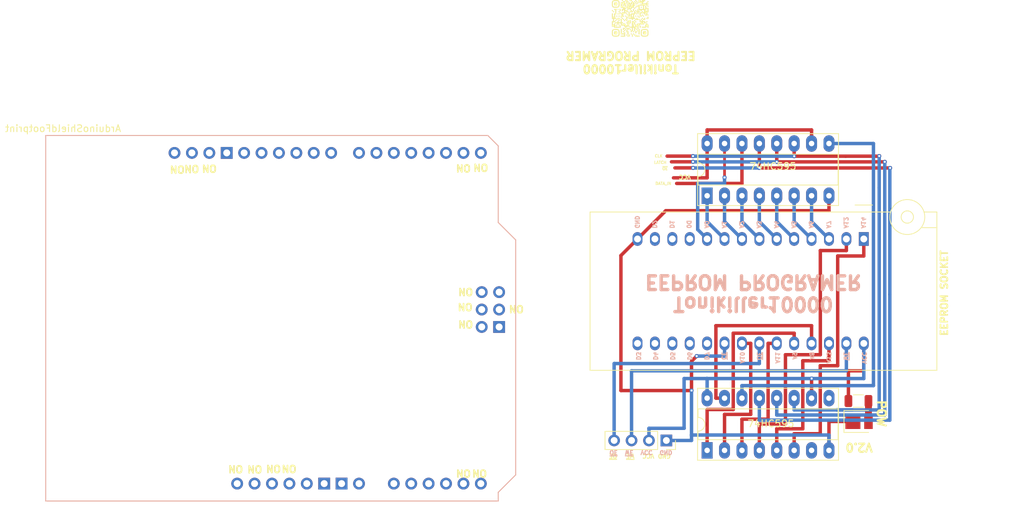
<source format=kicad_pcb>
(kicad_pcb (version 20211014) (generator pcbnew)
  (layers (0 "F.Cu" signal) (31 "B.Cu" signal) (34 "B.Paste" user) (35 "F.Paste" user) (36 "B.SilkS" user "B.Silkscreen") (37 "F.SilkS" user "F.Silkscreen") (38 "B.Mask" user) (39 "F.Mask" user) (44 "Edge.Cuts" user))
  (net 0 "")
  (footprint "Socket:DIP_Socket-28_W11.9_W12.7_W15.24_W17.78_W18.5_3M_228-1277-00-0602J" (layer "F.Cu") (at 231.55 108.83 -90)
    (fp_text reference "EEPROM SOCKET" (at 7.9 -11.74 90) (layer "F.SilkS") (effects (font (thickness 0.25))))
    (fp_text value "DIP_Socket-28_W11.9_W12.7_W15.24_W17.78_W18.5_3M_228-1277-00-0602J")
    (pad "1" thru_hole rect (at 0 0 270) (size 2 1.44) (drill 1) (layers *.Cu *.Mask))
    (pad "2" thru_hole oval (at 0 2.54 270) (size 2 1.44) (drill 1) (layers *.Cu *.Mask))
    (pad "3" thru_hole oval (at 0 5.08 270) (size 2 1.44) (drill 1) (layers *.Cu *.Mask))
    (pad "4" thru_hole oval (at 0 7.62 270) (size 2 1.44) (drill 1) (layers *.Cu *.Mask))
    (pad "5" thru_hole oval (at 0 10.16 270) (size 2 1.44) (drill 1) (layers *.Cu *.Mask))
    (pad "6" thru_hole oval (at 0 12.7 270) (size 2 1.44) (drill 1) (layers *.Cu *.Mask))
    (pad "7" thru_hole oval (at 0 15.24 270) (size 2 1.44) (drill 1) (layers *.Cu *.Mask))
    (pad "8" thru_hole oval (at 0 17.78 270) (size 2 1.44) (drill 1) (layers *.Cu *.Mask))
    (pad "9" thru_hole oval (at 0 20.32 270) (size 2 1.44) (drill 1) (layers *.Cu *.Mask))
    (pad "10" thru_hole oval (at 0 22.86 270) (size 2 1.44) (drill 1) (layers *.Cu *.Mask))
    (pad "11" thru_hole oval (at 0 25.4 270) (size 2 1.44) (drill 1) (layers *.Cu *.Mask))
    (pad "12" thru_hole oval (at 0 27.94 270) (size 2 1.44) (drill 1) (layers *.Cu *.Mask))
    (pad "13" thru_hole oval (at 0 30.48 270) (size 2 1.44) (drill 1) (layers *.Cu *.Mask))
    (pad "14" thru_hole oval (at 0 33.02 270) (size 2 1.44) (drill 1) (layers *.Cu *.Mask))
    (pad "15" thru_hole oval (at 15.24 33.02 270) (size 2 1.44) (drill 1) (layers *.Cu *.Mask))
    (pad "16" thru_hole oval (at 15.24 30.48 270) (size 2 1.44) (drill 1) (layers *.Cu *.Mask))
    (pad "17" thru_hole oval (at 15.24 27.94 270) (size 2 1.44) (drill 1) (layers *.Cu *.Mask))
    (pad "18" thru_hole oval (at 15.24 25.4 270) (size 2 1.44) (drill 1) (layers *.Cu *.Mask))
    (pad "19" thru_hole oval (at 15.24 22.86 270) (size 2 1.44) (drill 1) (layers *.Cu *.Mask))
    (pad "20" thru_hole oval (at 15.24 20.32 270) (size 2 1.44) (drill 1) (layers *.Cu *.Mask))
    (pad "21" thru_hole oval (at 15.24 17.78 270) (size 2 1.44) (drill 1) (layers *.Cu *.Mask))
    (pad "22" thru_hole oval (at 15.24 15.24 270) (size 2 1.44) (drill 1) (layers *.Cu *.Mask))
    (pad "23" thru_hole oval (at 15.24 12.7 270) (size 2 1.44) (drill 1) (layers *.Cu *.Mask))
    (pad "24" thru_hole oval (at 15.24 10.16 270) (size 2 1.44) (drill 1) (layers *.Cu *.Mask))
    (pad "25" thru_hole oval (at 15.24 7.62 270) (size 2 1.44) (drill 1) (layers *.Cu *.Mask))
    (pad "26" thru_hole oval (at 15.24 5.08 270) (size 2 1.44) (drill 1) (layers *.Cu *.Mask))
    (pad "27" thru_hole oval (at 15.24 2.54 270) (size 2 1.44) (drill 1) (layers *.Cu *.Mask))
    (pad "28" thru_hole oval (at 15.24 0 270) (size 2 1.44) (drill 1) (layers *.Cu *.Mask))
  )
  (footprint "Package_DIP:DIP-16_W7.62mm_Socket_LongPads" (layer "F.Cu") (at 208.69 102.5225 90)
    (fp_text reference "74HC595" (at 4.2925 9.6) (layer "F.SilkS"))
    (fp_text value "DIP-16_W7.62mm_Socket_LongPads")
    (pad "1" thru_hole rect (at 0 0 90) (size 2.4 1.6) (drill 0.8) (layers *.Cu *.Mask))
    (pad "2" thru_hole oval (at 0 2.54 90) (size 2.4 1.6) (drill 0.8) (layers *.Cu *.Mask))
    (pad "3" thru_hole oval (at 0 5.08 90) (size 2.4 1.6) (drill 0.8) (layers *.Cu *.Mask))
    (pad "4" thru_hole oval (at 0 7.62 90) (size 2.4 1.6) (drill 0.8) (layers *.Cu *.Mask))
    (pad "5" thru_hole oval (at 0 10.16 90) (size 2.4 1.6) (drill 0.8) (layers *.Cu *.Mask))
    (pad "6" thru_hole oval (at 0 12.7 90) (size 2.4 1.6) (drill 0.8) (layers *.Cu *.Mask))
    (pad "7" thru_hole oval (at 0 15.24 90) (size 2.4 1.6) (drill 0.8) (layers *.Cu *.Mask))
    (pad "8" thru_hole oval (at 0 17.78 90) (size 2.4 1.6) (drill 0.8) (layers *.Cu *.Mask))
    (pad "9" thru_hole oval (at 7.62 17.78 90) (size 2.4 1.6) (drill 0.8) (layers *.Cu *.Mask))
    (pad "10" thru_hole oval (at 7.62 15.24 90) (size 2.4 1.6) (drill 0.8) (layers *.Cu *.Mask))
    (pad "11" thru_hole oval (at 7.62 12.7 90) (size 2.4 1.6) (drill 0.8) (layers *.Cu *.Mask))
    (pad "12" thru_hole oval (at 7.62 10.16 90) (size 2.4 1.6) (drill 0.8) (layers *.Cu *.Mask))
    (pad "13" thru_hole oval (at 7.62 7.62 90) (size 2.4 1.6) (drill 0.8) (layers *.Cu *.Mask))
    (pad "14" thru_hole oval (at 7.62 5.08 90) (size 2.4 1.6) (drill 0.8) (layers *.Cu *.Mask))
    (pad "15" thru_hole oval (at 7.62 2.54 90) (size 2.4 1.6) (drill 0.8) (layers *.Cu *.Mask))
    (pad "16" thru_hole oval (at 7.62 0 90) (size 2.4 1.6) (drill 0.8) (layers *.Cu *.Mask))
  )
  (footprint "Package_DIP:DIP-16_W7.62mm_Socket_LongPads" (layer "F.Cu") (at 208.69 139.68 90)
    (fp_text reference "74HC595" (at 3.9 9.3) (layer "F.SilkS"))
    (fp_text value "DIP-16_W7.62mm_Socket_LongPads")
    (pad "1" thru_hole rect (at 0 0 90) (size 2.4 1.6) (drill 0.8) (layers *.Cu *.Mask))
    (pad "2" thru_hole oval (at 0 2.54 90) (size 2.4 1.6) (drill 0.8) (layers *.Cu *.Mask))
    (pad "3" thru_hole oval (at 0 5.08 90) (size 2.4 1.6) (drill 0.8) (layers *.Cu *.Mask))
    (pad "4" thru_hole oval (at 0 7.62 90) (size 2.4 1.6) (drill 0.8) (layers *.Cu *.Mask))
    (pad "5" thru_hole oval (at 0 10.16 90) (size 2.4 1.6) (drill 0.8) (layers *.Cu *.Mask))
    (pad "6" thru_hole oval (at 0 12.7 90) (size 2.4 1.6) (drill 0.8) (layers *.Cu *.Mask))
    (pad "7" thru_hole oval (at 0 15.24 90) (size 2.4 1.6) (drill 0.8) (layers *.Cu *.Mask))
    (pad "8" thru_hole oval (at 0 17.78 90) (size 2.4 1.6) (drill 0.8) (layers *.Cu *.Mask))
    (pad "9" thru_hole oval (at 7.62 17.78 90) (size 2.4 1.6) (drill 0.8) (layers *.Cu *.Mask))
    (pad "10" thru_hole oval (at 7.62 15.24 90) (size 2.4 1.6) (drill 0.8) (layers *.Cu *.Mask))
    (pad "11" thru_hole oval (at 7.62 12.7 90) (size 2.4 1.6) (drill 0.8) (layers *.Cu *.Mask))
    (pad "12" thru_hole oval (at 7.62 10.16 90) (size 2.4 1.6) (drill 0.8) (layers *.Cu *.Mask))
    (pad "13" thru_hole oval (at 7.62 7.62 90) (size 2.4 1.6) (drill 0.8) (layers *.Cu *.Mask))
    (pad "14" thru_hole oval (at 7.62 5.08 90) (size 2.4 1.6) (drill 0.8) (layers *.Cu *.Mask))
    (pad "15" thru_hole oval (at 7.62 2.54 90) (size 2.4 1.6) (drill 0.8) (layers *.Cu *.Mask))
    (pad "16" thru_hole oval (at 7.62 0 90) (size 2.4 1.6) (drill 0.8) (layers *.Cu *.Mask))
  )
  (footprint "Resistor_SMD:R_1206_3216Metric" (layer "F.Cu") (at 230.77 132.48 180)
    (fp_text reference "REF**" hide)
    (fp_text value "R_1206_3216Metric")
    (pad "1" smd roundrect (at -1.4625 0 180) (size 1.125 1.75) (layers "F.Cu" "F.Paste" "F.Mask") (roundrect_rratio 0.2222222222))
    (pad "2" smd roundrect (at 1.4625 0 180) (size 1.125 1.75) (layers "F.Cu" "F.Paste" "F.Mask") (roundrect_rratio 0.2222222222))
  )
  (footprint "Connector_PinSocket_2.54mm:PinSocket_1x04_P2.54mm_Vertical" (layer "F.Cu") (at 202.74 138.235 -90)
    (fp_text reference "REF**" hide)
    (fp_text value "PinSocket_1x04_P2.54mm_Vertical")
    (pad "1" thru_hole rect (at 0 0 270) (size 1.7 1.7) (drill 1) (layers *.Cu *.Mask))
    (pad "2" thru_hole oval (at 0 2.54 270) (size 1.7 1.7) (drill 1) (layers *.Cu *.Mask))
    (pad "3" thru_hole oval (at 0 5.08 270) (size 1.7 1.7) (drill 1) (layers *.Cu *.Mask))
    (pad "4" thru_hole oval (at 0 7.62 270) (size 1.7 1.7) (drill 1) (layers *.Cu *.Mask))
  )
  (footprint "LOGO" (layer "F.Cu") (at 197.46 76.64 90)
    (fp_text reference "G***" hide)
    (fp_text value "LOGO" hide)
  )
  (footprint "Arduino_Uno_R3_Shield" (layer "F.Cu") (at 112.169881 147.07)
    (fp_text reference "ArduinoShieldFootprint" (at 2.54 -54.356) (layer "F.SilkS") (effects (justify mirror)))
    (fp_text value "Arduino_Uno_R3_Shield" hide)
    (pad "" np_thru_hole circle (at 13.97 -2.54) (size 3.2 3.2) (drill 3.2) (layers *.Cu *.Mask))
    (pad "" np_thru_hole circle (at 15.24 -50.8) (size 3.2 3.2) (drill 3.2) (layers *.Cu *.Mask))
    (pad "" np_thru_hole circle (at 66.04 -7.62) (size 3.2 3.2) (drill 3.2) (layers *.Cu *.Mask))
    (pad "" thru_hole oval (at 27.94 -2.54) (size 1.7272 1.7272) (drill 1.016) (layers *.Cu *.Mask))
    (pad "" np_thru_hole circle (at 66.04 -35.56) (size 3.2 3.2) (drill 3.2) (layers *.Cu *.Mask))
    (pad "3V3" thru_hole oval (at 35.56 -2.54) (size 1.7272 1.7272) (drill 1.016) (layers *.Cu *.Mask))
    (pad "5V1" thru_hole oval (at 38.1 -2.54) (size 1.7272 1.7272) (drill 1.016) (layers *.Cu *.Mask))
    (pad "5V2" thru_hole oval (at 66.167 -30.48) (size 1.7272 1.7272) (drill 1.016) (layers *.Cu *.Mask))
    (pad "A0" thru_hole oval (at 50.8 -2.54) (size 1.7272 1.7272) (drill 1.016) (layers *.Cu *.Mask))
    (pad "A1" thru_hole oval (at 53.34 -2.54) (size 1.7272 1.7272) (drill 1.016) (layers *.Cu *.Mask))
    (pad "A2" thru_hole oval (at 55.88 -2.54) (size 1.7272 1.7272) (drill 1.016) (layers *.Cu *.Mask))
    (pad "A3" thru_hole oval (at 58.42 -2.54) (size 1.7272 1.7272) (drill 1.016) (layers *.Cu *.Mask))
    (pad "A4" thru_hole oval (at 60.96 -2.54) (size 1.7272 1.7272) (drill 1.016) (layers *.Cu *.Mask))
    (pad "A5" thru_hole oval (at 63.5 -2.54) (size 1.7272 1.7272) (drill 1.016) (layers *.Cu *.Mask))
    (pad "AREF" thru_hole oval (at 23.876 -50.8) (size 1.7272 1.7272) (drill 1.016) (layers *.Cu *.Mask))
    (pad "D0" thru_hole oval (at 63.5 -50.8) (size 1.7272 1.7272) (drill 1.016) (layers *.Cu *.Mask))
    (pad "D1" thru_hole oval (at 60.96 -50.8) (size 1.7272 1.7272) (drill 1.016) (layers *.Cu *.Mask))
    (pad "D2" thru_hole oval (at 58.42 -50.8) (size 1.7272 1.7272) (drill 1.016) (layers *.Cu *.Mask))
    (pad "D3" thru_hole oval (at 55.88 -50.8) (size 1.7272 1.7272) (drill 1.016) (layers *.Cu *.Mask))
    (pad "D4" thru_hole oval (at 53.34 -50.8) (size 1.7272 1.7272) (drill 1.016) (layers *.Cu *.Mask))
    (pad "D5" thru_hole oval (at 50.8 -50.8) (size 1.7272 1.7272) (drill 1.016) (layers *.Cu *.Mask))
    (pad "D6" thru_hole oval (at 48.26 -50.8) (size 1.7272 1.7272) (drill 1.016) (layers *.Cu *.Mask))
    (pad "D7" thru_hole oval (at 45.72 -50.8) (size 1.7272 1.7272) (drill 1.016) (layers *.Cu *.Mask))
    (pad "D8" thru_hole oval (at 41.656 -50.8) (size 1.7272 1.7272) (drill 1.016) (layers *.Cu *.Mask))
    (pad "D9" thru_hole oval (at 39.116 -50.8) (size 1.7272 1.7272) (drill 1.016) (layers *.Cu *.Mask))
    (pad "D10" thru_hole oval (at 36.576 -50.8) (size 1.7272 1.7272) (drill 1.016) (layers *.Cu *.Mask))
    (pad "D11" thru_hole oval (at 34.036 -50.8) (size 1.7272 1.7272) (drill 1.016) (layers *.Cu *.Mask))
    (pad "D12" thru_hole oval (at 31.496 -50.8) (size 1.7272 1.7272) (drill 1.016) (layers *.Cu *.Mask))
    (pad "D13" thru_hole oval (at 28.956 -50.8) (size 1.7272 1.7272) (drill 1.016) (layers *.Cu *.Mask))
    (pad "GND1" thru_hole rect (at 26.416 -50.8) (size 1.7272 1.7272) (drill 1.016) (layers *.Cu *.Mask))
    (pad "GND2" thru_hole rect (at 40.64 -2.54) (size 1.7272 1.7272) (drill 1.016) (layers *.Cu *.Mask))
    (pad "GND3" thru_hole rect (at 43.18 -2.54) (size 1.7272 1.7272) (drill 1.016) (layers *.Cu *.Mask))
    (pad "GND4" thru_hole rect (at 66.167 -25.4) (size 1.7272 1.7272) (drill 1.016) (layers *.Cu *.Mask))
    (pad "IORF" thru_hole oval (at 30.48 -2.54) (size 1.7272 1.7272) (drill 1.016) (layers *.Cu *.Mask))
    (pad "MISO" thru_hole oval (at 63.627 -30.48) (size 1.7272 1.7272) (drill 1.016) (layers *.Cu *.Mask))
    (pad "MOSI" thru_hole oval (at 66.167 -27.94) (size 1.7272 1.7272) (drill 1.016) (layers *.Cu *.Mask))
    (pad "RST1" thru_hole oval (at 33.02 -2.54) (size 1.7272 1.7272) (drill 1.016) (layers *.Cu *.Mask))
    (pad "RST2" thru_hole oval (at 63.627 -25.4) (size 1.7272 1.7272) (drill 1.016) (layers *.Cu *.Mask))
    (pad "SCK" thru_hole oval (at 63.627 -27.94) (size 1.7272 1.7272) (drill 1.016) (layers *.Cu *.Mask))
    (pad "SCL" thru_hole oval (at 18.796 -50.8) (size 1.7272 1.7272) (drill 1.016) (layers *.Cu *.Mask))
    (pad "SDA" thru_hole oval (at 21.336 -50.8) (size 1.7272 1.7272) (drill 1.016) (layers *.Cu *.Mask))
    (pad "VIN" thru_hole oval (at 45.72 -2.54) (size 1.7272 1.7272) (drill 1.016) (layers *.Cu *.Mask))
  )
  (footprint "LED_SMD:LED_PLCC_2835" (layer "F.Cu") (at 230.8575 135.4625)
    (fp_text reference "REF**" hide)
    (fp_text value "LED_PLCC_2835" hide)
    (pad "1" smd rect (at -0.9 0) (size 2.2 2.2) (layers "F.Cu" "F.Paste" "F.Mask"))
    (pad "2" smd rect (at 1.375 0) (size 1.25 2.2) (layers "F.Cu" "F.Paste" "F.Mask"))
  )
  (gr_text "D2" (at 201.00924 106.692857 270) (layer "B.SilkS") (effects (font (size 0.6 0.6)) (justify mirror)))
  (gr_text "~{WE}" (at 197.302858 139.98 180) (layer "B.SilkS") (effects (font (size 0.6 0.6)) (justify mirror)))
  (gr_text "~{CE}" (at 211.12 125.9 270) (layer "B.SilkS") (effects (font (size 0.6 0.6)) (justify mirror)))
  (gr_text "A11" (at 218.963152 126.157143 270) (layer "B.SilkS") (effects (font (size 0.6 0.6)) (justify mirror)))
  (gr_text "A5" (at 221.32308 106.735715 270) (layer "B.SilkS") (effects (font (size 0.6 0.6)) (justify mirror)))
  (gr_text "~{OE}" (at 195.037143 139.98 180) (layer "B.SilkS") (effects (font (size 0.6 0.6)) (justify mirror)))
  (gr_text "~{OE}" (at 216.287768 125.914286 270) (layer "B.SilkS") (effects (font (size 0.6 0.6)) (justify mirror)))
  (gr_text "VCC" (at 231.608072 126.185715 270) (layer "B.SilkS") (effects (font (size 0.6 0.6)) (justify mirror)))
  (gr_text "A9" (at 221.455536 125.871429 270) (layer "B.SilkS") (effects (font (size 0.6 0.6)) (justify mirror)))
  (gr_text "A14" (at 231.48 106.45 270) (layer "B.SilkS") (effects (font (size 0.6 0.6)) (justify mirror)))
  (gr_text "A10" (at 213.795384 126.157143 270) (layer "B.SilkS") (effects (font (size 0.6 0.6)) (justify mirror)))
  (gr_text "VCC" (at 199.84 139.98 180) (layer "B.SilkS") (effects (font (size 0.6 0.6)) (justify mirror)))
  (gr_text "A8" (at 223.94792 125.871429 270) (layer "B.SilkS") (effects (font (size 0.6 0.6)) (justify mirror)))
  (gr_text "D5" (at 203.642848 125.914286 270) (layer "B.SilkS") (effects (font (size 0.6 0.6)) (justify mirror)))
  (gr_text "D7" (at 208.627616 125.914286 270) (layer "B.SilkS") (effects (font (size 0.6 0.6)) (justify mirror)))
  (gr_text "D6" (at 206.135232 125.914286 270) (layer "B.SilkS") (effects (font (size 0.6 0.6)) (justify mirror)))
  (gr_text "A12" (at 228.94077 106.45 270) (layer "B.SilkS") (effects (font (size 0.6 0.6)) (justify mirror)))
  (gr_text "A4" (at 218.78385 106.735715 270) (layer "B.SilkS") (effects (font (size 0.6 0.6)) (justify mirror)))
  (gr_text "~{WE}" (at 228.932688 125.942857 270) (layer "B.SilkS") (effects (font (size 0.6 0.6)) (justify mirror)))
  (gr_text "A0\n" (at 208.62693 106.735715 270) (layer "B.SilkS") (effects (font (size 0.6 0.6)) (justify mirror)))
  (gr_text "GND" (at 202.677143 139.98 180) (layer "B.SilkS") (effects (font (size 0.6 0.6)) (justify mirror)))
  (gr_text "D4" (at 201.150464 125.914286 270) (layer "B.SilkS") (effects (font (size 0.6 0.6)) (justify mirror)))
  (gr_text "Tonikiller10000\nEEPROM PROGRAMER\n" (at 215.42 116.72 180) (layer "B.SilkS") (effects (font (size 2 2) (thickness 0.5)) (justify mirror)))
  (gr_text "D3" (at 198.658072 125.914286 270) (layer "B.SilkS") (effects (font (size 0.6 0.6)) (justify mirror)))
  (gr_text "GND" (at 198.47 106.364286 270) (layer "B.SilkS") (effects (font (size 0.6 0.6)) (justify mirror)))
  (gr_text "A13" (at 226.440304 126.157143 270) (layer "B.SilkS") (effects (font (size 0.6 0.6)) (justify mirror)))
  (gr_text "A3" (at 216.24462 106.735715 270) (layer "B.SilkS") (effects (font (size 0.6 0.6)) (justify mirror)))
  (gr_text "D0" (at 206.0877 106.692858 90) (layer "B.SilkS") (effects (font (size 0.6 0.6)) (justify mirror)))
  (gr_text "A1" (at 211.16616 106.735715 270) (layer "B.SilkS") (effects (font (size 0.6 0.6)) (justify mirror)))
  (gr_text "A6\n" (at 223.86231 106.735715 270) (layer "B.SilkS") (effects (font (size 0.6 0.6)) (justify mirror)))
  (gr_text "A2" (at 213.70539 106.735715 270) (layer "B.SilkS") (effects (font (size 0.6 0.6)) (justify mirror)))
  (gr_text "D1" (at 203.54847 106.692857 270) (layer "B.SilkS") (effects (font (size 0.6 0.6)) (justify mirror)))
  (gr_text "A7\n" (at 226.40154 106.735715 270) (layer "B.SilkS") (effects (font (size 0.6 0.6)) (justify mirror)))
  (gr_text "CLK" (at 201.62 96.73) (layer "F.SilkS") (effects (font (size 0.4 0.4) (thickness 0.1))))
  (gr_text "NO" (at 147.69 142.45) (layer "F.SilkS") (effects (font (size 1 1) (thickness 0.25))))
  (gr_text "~{WE}" (at 197.47 140.5 180) (layer "F.SilkS") (effects (font (size 0.6 0.6))))
  (gr_text "VCC" (at 200.1 140.51 180) (layer "F.SilkS") (effects (font (size 0.6 0.6))))
  (gr_text "NO" (at 136.05 98.64) (layer "F.SilkS") (effects (font (size 1 1) (thickness 0.25))))
  (gr_text "LATCH" (at 201.85 97.67) (layer "F.SilkS") (effects (font (size 0.4 0.4) (thickness 0.1))))
  (gr_text "NO" (at 139.89 142.49) (layer "F.SilkS") (effects (font (size 1 1) (thickness 0.25))))
  (gr_text "NO" (at 142.68 142.51) (layer "F.SilkS") (effects (font (size 1 1) (thickness 0.25))))
  (gr_text "DATA_IN\n" (at 202.3 100.74) (layer "F.SilkS") (effects (font (size 0.4 0.4) (thickness 0.1))))
  (gr_text "~{OE}" (at 202.55 98.58) (layer "F.SilkS") (effects (font (size 0.4 0.4) (thickness 0.1))))
  (gr_text "NO" (at 175.66 98.5) (layer "F.SilkS") (effects (font (size 1 1) (thickness 0.25))))
  (gr_text "VCC" (at 205.43 99.79 180) (layer "F.SilkS") (effects (font (size 0.6 0.6))))
  (gr_text "NO" (at 173.13 143.12) (layer "F.SilkS") (effects (font (size 1 1) (thickness 0.25))))
  (gr_text "NO" (at 175.48 143.12) (layer "F.SilkS") (effects (font (size 1 1) (thickness 0.25))))
  (gr_text "NO" (at 173.45 121.36) (layer "F.SilkS") (effects (font (size 1 1) (thickness 0.25))))
  (gr_text "NO" (at 173.45 116.63) (layer "F.SilkS") (effects (font (size 1 1) (thickness 0.25))))
  (gr_text "NO" (at 173.38 118.83) (layer "F.SilkS") (effects (font (size 1 1) (thickness 0.25))))
  (gr_text "NO" (at 133.48 98.68) (layer "F.SilkS") (effects (font (size 1 1) (thickness 0.25))))
  (gr_text "Tonikiller10000\nEEPROM PROGRAMER\n" (at 197.54 83.04 180) (layer "F.SilkS") (effects (font (size 1.2 1.2) (thickness 0.3))))
  (gr_text "~{OE}" (at 194.96 140.49 180) (layer "F.SilkS") (effects (font (size 0.6 0.6))))
  (gr_text "NO" (at 173.12 98.59) (layer "F.SilkS") (effects (font (size 1 1) (thickness 0.25))))
  (gr_text "NO" (at 145.41 142.45) (layer "F.SilkS") (effects (font (size 1 1) (thickness 0.25))))
  (gr_text "POW" (at 234.12 134.31 270) (layer "F.SilkS") (effects (font (size 1.2 1.2) (thickness 0.3))))
  (gr_text "NO" (at 180.85 119.13) (layer "F.SilkS") (effects (font (size 1 1) (thickness 0.25))))
  (gr_text "V2.0" (at 230.87 139.24 180) (layer "F.SilkS") (effects (font (size 1.2 1.2) (thickness 0.3))))
  (gr_text "GND" (at 202.44 140.51 180) (layer "F.SilkS") (effects (font (size 0.6 0.6))))
  (gr_text "NO" (at 131.37 98.77) (layer "F.SilkS") (effects (font (size 1 1) (thickness 0.25))))
  (segment (start 196.11 130.95) (end 206.41 130.95) (width 0.5) (layer "F.Cu") (net 0))
  (segment (start 229.01 110.5225) (end 229.01 108.83) (width 0.5) (layer "F.Cu") (net 0))
  (segment (start 222.65 126.6025) (end 222.65 136.53) (width 0.5) (layer "F.Cu") (net 0))
  (segment (start 232.2325 132.48) (end 232.2325 135.4425) (width 1) (layer "F.Cu") (net 0))
  (segment (start 215.05 124.07) (end 213.77 124.07) (width 0.5) (layer "F.Cu") (net 0))
  (segment (start 206.41 126.68) (end 206.41 130.95) (width 0.5) (layer "F.Cu") (net 0))
  (segment (start 225.21 110.5225) (end 229.01 110.5225) (width 0.5) (layer "F.Cu") (net 0))
  (segment (start 231.55 111.3125) (end 231.55 108.83) (width 0.5) (layer "F.Cu") (net 0))
  (segment (start 207.17 125.92) (end 206.41 126.68) (width 0.5) (layer "F.Cu") (net 0))
  (segment (start 218.85 97.58) (end 234.61 97.58) (width 0.5) (layer "F.Cu") (net 0))
  (segment (start 202.85 96.74) (end 206.63 96.74) (width 0.5) (layer "F.Cu") (net 0))
  (segment (start 221.39 94.9025) (end 221.39 96.75) (width 0.5) (layer "F.Cu") (net 0))
  (segment (start 209.97 121.4825) (end 223.93 121.4825) (width 0.5) (layer "F.Cu") (net 0))
  (segment (start 198.53 108.83) (end 202.6575 104.7025) (width 0.5) (layer "F.Cu") (net 0))
  (segment (start 235.39 98.47) (end 216.31 98.47) (width 0.5) (layer "F.Cu") (net 0))
  (segment (start 203.99 98.46) (end 206.64 98.46) (width 0.5) (layer "F.Cu") (net 0))
  (segment (start 221.39 124.07) (end 221.39 122.5825) (width 0.5) (layer "F.Cu") (net 0))
  (segment (start 208.69 133.72) (end 208.69 139.68) (width 0.5) (layer "F.Cu") (net 0))
  (segment (start 208.69 99.91) (end 208.69 94.9025) (width 0.5) (layer "F.Cu") (net 0))
  (segment (start 227.74 111.3125) (end 231.55 111.3125) (width 0.5) (layer "F.Cu") (net 0))
  (segment (start 211.23 132.06) (end 209.97 132.06) (width 0.5) (layer "F.Cu") (net 0))
  (segment (start 226.47 104.7025) (end 226.47 102.5225) (width 0.5) (layer "F.Cu") (net 0))
  (segment (start 211.23 134.43) (end 215.05 134.43) (width 0.5) (layer "F.Cu") (net 0))
  (segment (start 229.38 128.07) (end 229.3075 128.1425) (width 0.5) (layer "F.Cu") (net 0))
  (segment (start 221.39 122.5825) (end 212.5 122.5825) (width 0.5) (layer "F.Cu") (net 0))
  (segment (start 221.39 96.75) (end 228.9 96.75) (width 0.5) (layer "F.Cu") (net 0))
  (segment (start 225.2 137.25) (end 225.2 127.3225) (width 0.5) (layer "F.Cu") (net 0))
  (segment (start 198.53 108.83) (end 196.11 111.25) (width 0.5) (layer "F.Cu") (net 0))
  (segment (start 203.78 99.91) (end 208.69 99.91) (width 0.5) (layer "F.Cu") (net 0))
  (segment (start 215.05 134.43) (end 215.05 124.07) (width 0.5) (layer "F.Cu") (net 0))
  (segment (start 213.77 100.73) (end 213.77 94.9025) (width 0.5) (layer "F.Cu") (net 0))
  (segment (start 202.6575 104.7025) (end 226.47 104.7025) (width 0.5) (layer "F.Cu") (net 0))
  (segment (start 216.31 135.83) (end 220.12 135.83) (width 0.5) (layer "F.Cu") (net 0))
  (segment (start 204.24 100.73) (end 213.77 100.73) (width 0.5) (layer "F.Cu") (net 0))
  (segment (start 216.31 98.47) (end 216.31 94.9025) (width 0.5) (layer "F.Cu") (net 0))
  (segment (start 225.21 125.7225) (end 225.21 110.5225) (width 0.5) (layer "F.Cu") (net 0))
  (segment (start 211.23 139.68) (end 211.23 134.43) (width 0.5) (layer "F.Cu") (net 0))
  (segment (start 227.74 127.3225) (end 227.74 111.3125) (width 0.5) (layer "F.Cu") (net 0))
  (segment (start 217.59 135.13) (end 213.77 135.13) (width 0.5) (layer "F.Cu") (net 0))
  (segment (start 223.93 132.06) (end 223.93 129.2) (width 0.5) (layer "F.Cu") (net 0))
  (segment (start 217.59 124.07) (end 217.59 135.13) (width 0.5) (layer "F.Cu") (net 0))
  (segment (start 223.93 121.4825) (end 223.93 124.07) (width 0.5) (layer "F.Cu") (net 0))
  (segment (start 223.93 92.9225) (end 208.69 92.9225) (width 0.5) (layer "F.Cu") (net 0))
  (segment (start 216.31 139.68) (end 216.31 135.83) (width 0.5) (layer "F.Cu") (net 0))
  (segment (start 226.47 126.6025) (end 222.65 126.6025) (width 0.5) (layer "F.Cu") (net 0))
  (segment (start 218.85 124.07) (end 217.59 124.07) (width 0.5) (layer "F.Cu") (net 0))
  (segment (start 223.93 129.2) (end 223.94 129.2) (width 0.5) (layer "F.Cu") (net 0))
  (segment (start 196.11 111.25) (end 196.11 130.95) (width 0.5) (layer "F.Cu") (net 0))
  (segment (start 231.55 128.07) (end 229.38 128.07) (width 0.5) (layer "F.Cu") (net 0))
  (segment (start 223.93 94.9025) (end 223.93 92.9225) (width 0.5) (layer "F.Cu") (net 0))
  (segment (start 218.85 94.9025) (end 218.85 97.58) (width 0.5) (layer "F.Cu") (net 0))
  (segment (start 226.47 135.4625) (end 226.47 139.68) (width 0.5) (layer "F.Cu") (net 0))
  (segment (start 233.8 96.75) (end 233.8 96.73) (width 0.5) (layer "F.Cu") (net 0))
  (segment (start 229.9575 135.4625) (end 226.47 135.4625) (width 0.5) (layer "F.Cu") (net 0))
  (segment (start 220.12 135.83) (end 220.12 125.7225) (width 0.5) (layer "F.Cu") (net 0))
  (segment (start 222.65 136.53) (end 218.85 136.53) (width 0.5) (layer "F.Cu") (net 0))
  (segment (start 212.5 133.72) (end 208.69 133.72) (width 0.5) (layer "F.Cu") (net 0))
  (segment (start 211.23 99.86) (end 211.23 94.9025) (width 0.39) (layer "F.Cu") (net 0))
  (segment (start 218.85 136.53) (end 218.85 139.68) (width 0.5) (layer "F.Cu") (net 0))
  (segment (start 231.55 124.07) (end 231.55 128.07) (width 0.5) (layer "F.Cu") (net 0))
  (segment (start 226.47 124.07) (end 226.47 126.6025) (width 0.5) (layer "F.Cu") (net 0))
  (segment (start 228.9 96.75) (end 233.8 96.75) (width 0.5) (layer "F.Cu") (net 0))
  (segment (start 225.2 127.3225) (end 227.74 127.3225) (width 0.5) (layer "F.Cu") (net 0))
  (segment (start 221.39 137.25) (end 225.2 137.25) (width 0.5) (layer "F.Cu") (net 0))
  (segment (start 209.97 132.06) (end 209.97 121.4825) (width 0.5) (layer "F.Cu") (net 0))
  (segment (start 220.12 125.7225) (end 225.21 125.7225) (width 0.5) (layer "F.Cu") (net 0))
  (segment (start 208.69 92.9225) (end 208.69 94.9025) (width 0.5) (layer "F.Cu") (net 0))
  (segment (start 232.2325 135.4425) (end 232.2425 135.4525) (width 1) (layer "F.Cu") (net 0))
  (segment (start 229.3075 128.1425) (end 229.3075 132.48) (width 0.5) (layer "F.Cu") (net 0))
  (segment (start 203.49 97.57) (end 206.63 97.57) (width 0.5) (layer "F.Cu") (net 0))
  (segment (start 212.5 122.5825) (end 212.5 133.72) (width 0.5) (layer "F.Cu") (net 0))
  (segment (start 221.39 139.68) (end 221.39 137.25) (width 0.5) (layer "F.Cu") (net 0))
  (segment (start 213.77 135.13) (end 213.77 139.68) (width 0.5) (layer "F.Cu") (net 0))
  (via (at 206.63 96.74) (size 0.6) (drill 0.3) (layers "F.Cu" "B.Cu") (net 0))
  (via (at 207.17 125.92) (size 0.6) (drill 0.3) (layers "F.Cu" "B.Cu") (net 0))
  (via (at 211.23 99.86) (size 0.6) (drill 0.3) (layers "F.Cu" "B.Cu") (net 0))
  (via (at 216.31 98.47) (size 0.6) (drill 0.3) (layers "F.Cu" "B.Cu") (net 0))
  (via (at 221.39 96.75) (size 0.6) (drill 0.3) (layers "F.Cu" "B.Cu") (net 0))
  (via (at 206.64 98.46) (size 0.6) (drill 0.3) (layers "F.Cu" "B.Cu") (net 0))
  (via (at 223.94 129.2) (size 0.6) (drill 0.3) (layers "F.Cu" "B.Cu") (net 0))
  (via (at 206.41 130.95) (size 0.6) (drill 0.3) (layers "F.Cu" "B.Cu") (net 0))
  (via (at 218.85 97.58) (size 0.6) (drill 0.3) (layers "F.Cu" "B.Cu") (net 0))
  (via (at 234.61 97.58) (size 0.6) (drill 0.3) (layers "F.Cu" "B.Cu") (net 0))
  (via (at 233.8 96.73) (size 0.6) (drill 0.3) (layers "F.Cu" "B.Cu") (net 0))
  (via (at 206.63 97.57) (size 0.6) (drill 0.3) (layers "F.Cu" "B.Cu") (net 0))
  (via (at 235.39 98.47) (size 0.6) (drill 0.3) (layers "F.Cu" "B.Cu") (net 0))
  (segment (start 218.85 102.5225) (end 218.85 106.29) (width 0.5) (layer "B.Cu") (net 0))
  (segment (start 216.31 135.27) (end 229.8 135.27) (width 0.5) (layer "B.Cu") (net 0))
  (segment (start 229.01 128.07) (end 197.68 128.07) (width 0.5) (layer "B.Cu") (net 0))
  (segment (start 200.2 136.46) (end 200.2 138.235) (width 0.5) (layer "B.Cu") (net 0))
  (segment (start 218.85 106.29) (end 221.39 108.83) (width 0.5) (layer "B.Cu") (net 0))
  (segment (start 235.35 116.93) (end 235.35 98.47) (width 0.5) (layer "B.Cu") (net 0))
  (segment (start 208.69 132.06) (end 208.69 129.2) (width 0.5) (layer "B.Cu") (net 0))
  (segment (start 227.6 133.78) (end 229.94 133.78) (width 0.5) (layer "B.Cu") (net 0))
  (segment (start 206.63 96.75) (end 206.63 96.74) (width 0.5) (layer "B.Cu") (net 0))
  (segment (start 207.31 107.45) (end 208.69 108.83) (width 0.5) (layer "B.Cu") (net 0))
  (segment (start 234.61 97.58) (end 234.61 134.52) (width 0.5) (layer "B.Cu") (net 0))
  (segment (start 207.17 125.92) (end 211.23 125.92) (width 0.5) (layer "B.Cu") (net 0))
  (segment (start 213.77 106.29) (end 216.31 108.83) (width 0.5) (layer "B.Cu") (net 0))
  (segment (start 211.23 106.29) (end 211.23 102.5225) (width 0.5) (layer "B.Cu") (net 0))
  (segment (start 221.39 102.5225) (end 221.39 106.29) (width 0.5) (layer "B.Cu") (net 0))
  (segment (start 213.77 108.83) (end 211.23 106.29) (width 0.5) (layer "B.Cu") (net 0))
  (segment (start 197.66 128.07) (end 197.66 138.235) (width 0.5) (layer "B.Cu") (net 0))
  (segment (start 221.39 133.78) (end 227.6 133.78) (width 0.5) (layer "B.Cu") (net 0))
  (segment (start 231.55 124.07) (end 231.55 129.2) (width 0.5) (layer "B.Cu") (net 0))
  (segment (start 205.33 129.2) (end 205.33 136.46) (width 0.5) (layer "B.Cu") (net 0))
  (segment (start 205.33 136.46) (end 200.2 136.46) (width 0.5) (layer "B.Cu") (net 0))
  (segment (start 218.85 97.58) (end 206.63 97.58) (width 0.5) (layer "B.Cu") (net 0))
  (segment (start 206.41 138.235) (end 202.74 138.235) (width 0.5) (layer "B.Cu") (net 0))
  (segment (start 211.23 125.92) (end 211.23 124.07) (width 0.5) (layer "B.Cu") (net 0))
  (segment (start 208.69 129.2) (end 208.64 129.2) (width 0.5) (layer "B.Cu") (net 0))
  (segment (start 223.93 132.06) (end 223.92 132.05) (width 0.5) (layer "B.Cu") (net 0))
  (segment (start 216.31 127.01) (end 195.16 127.01) (width 0.5) (layer "B.Cu") (net 0))
  (segment (start 216.31 106.29) (end 218.85 108.83) (width 0.5) (layer "B.Cu") (net 0))
  (segment (start 206.64 98.47) (end 206.64 98.46) (width 0.5) (layer "B.Cu") (net 0))
  (segment (start 223.93 102.5225) (end 223.93 106.29) (width 0.5) (layer "B.Cu") (net 0))
  (segment (start 232.96 130.23) (end 232.96 94.9025) (width 0.5) (layer "B.Cu") (net 0))
  (segment (start 195.16 127.01) (end 195.12 127.05) (width 0.5) (layer "B.Cu") (net 0))
  (segment (start 208.69 132.06) (end 208.65 132.02) (width 0.5) (layer "B.Cu") (net 0))
  (segment (start 197.68 128.07) (end 197.64 128.11) (width 0.5) (layer "B.Cu") (net 0))
  (segment (start 223.93 106.29) (end 226.47 108.83) (width 0.5) (layer "B.Cu") (net 0))
  (segment (start 195.12 127.01) (end 195.12 138.235) (width 0.5) (layer "B.Cu") (net 0))
  (segment (start 213.77 102.5225) (end 213.77 106.29) (width 0.5) (layer "B.Cu") (net 0))
  (segment (start 229.8 135.27) (end 235.35 135.27) (width 0.5) (layer "B.Cu") (net 0))
  (segment (start 226.47 137.44) (end 226.47 139.68) (width 0.5) (layer "B.Cu") (net 0))
  (segment (start 211.23 100.73) (end 207.31 100.73) (width 0.5) (layer "B.Cu") (net 0))
  (segment (start 211.23 99.86) (end 211.23 100.73) (width 0.5) (layer "B.Cu") (net 0))
  (segment (start 208.64 129.2) (end 205.33 129.2) (width 0.5) (layer "B.Cu") (net 0))
  (segment (start 213.77 130.23) (end 232.96 130.23) (width 0.5) (layer "B.Cu") (net 0))
  (segment (start 206.41 137.44) (end 226.47 137.44) (width 0.5) (layer "B.Cu") (net 0))
  (segment (start 206.41 130.95) (end 206.41 137.44) (width 0.5) (layer "B.Cu") (net 0))
  (segment (start 208.69 106.29) (end 208.69 102.5225) (width 0.5) (layer "B.Cu") (net 0))
  (segment (start 221.39 96.75) (end 206.63 96.75) (width 0.5) (layer "B.Cu") (net 0))
  (segment (start 233.73 101.36) (end 233.74 101.36) (width 0.39) (layer "B.Cu") (net 0))
  (segment (start 207.31 100.73) (end 207.31 107.45) (width 0.5) (layer "B.Cu") (net 0))
  (segment (start 216.31 102.5225) (end 216.31 106.29) (width 0.5) (layer "B.Cu") (net 0))
  (segment (start 216.31 132.06) (end 216.31 135.27) (width 0.5) (layer "B.Cu") (net 0))
  (segment (start 233.8 133.78) (end 227.6 133.78) (width 0.5) (layer "B.Cu") (net 0))
  (segment (start 221.39 132.06) (end 221.39 133.78) (width 0.5) (layer "B.Cu") (net 0))
  (segment (start 218.85 134.52) (end 218.85 132.06) (width 0.5) (layer "B.Cu") (net 0))
  (segment (start 233.8 96.73) (end 233.8 133.78) (width 0.5) (layer "B.Cu") (net 0))
  (segment (start 213.77 132.06) (end 213.77 130.23) (width 0.5) (layer "B.Cu") (net 0))
  (segment (start 206.63 97.58) (end 206.63 97.57) (width 0.5) (layer "B.Cu") (net 0))
  (segment (start 216.31 124.07) (end 216.31 127.01) (width 0.5) (layer "B.Cu") (net 0))
  (segment (start 206.41 137.44) (end 206.41 138.235) (width 0.5) (layer "B.Cu") (net 0))
  (segment (start 229.01 124.07) (end 229.01 128.07) (width 0.5) (layer "B.Cu") (net 0))
  (segment (start 235.35 135.27) (end 235.35 116.93) (width 0.5) (layer "B.Cu") (net 0))
  (segment (start 235.35 98.47) (end 235.39 98.47) (width 0.5) (layer "B.Cu") (net 0))
  (segment (start 211.23 108.83) (end 208.69 106.29) (width 0.5) (layer "B.Cu") (net 0))
  (segment (start 216.31 98.47) (end 206.64 98.47) (width 0.5) (layer "B.Cu") (net 0))
  (segment (start 221.39 106.29) (end 223.93 108.83) (width 0.5) (layer "B.Cu") (net 0))
  (segment (start 234.61 134.52) (end 218.85 134.52) (width 0.5) (layer "B.Cu") (net 0))
  (segment (start 223.94 129.2) (end 208.64 129.2) (width 0.5) (layer "B.Cu") (net 0))
  (segment (start 232.96 94.9025) (end 226.47 94.9025) (width 0.5) (layer "B.Cu") (net 0))
  (segment (start 231.55 129.2) (end 223.94 129.2) (width 0.5) (layer "B.Cu") (net 0))
)
</source>
